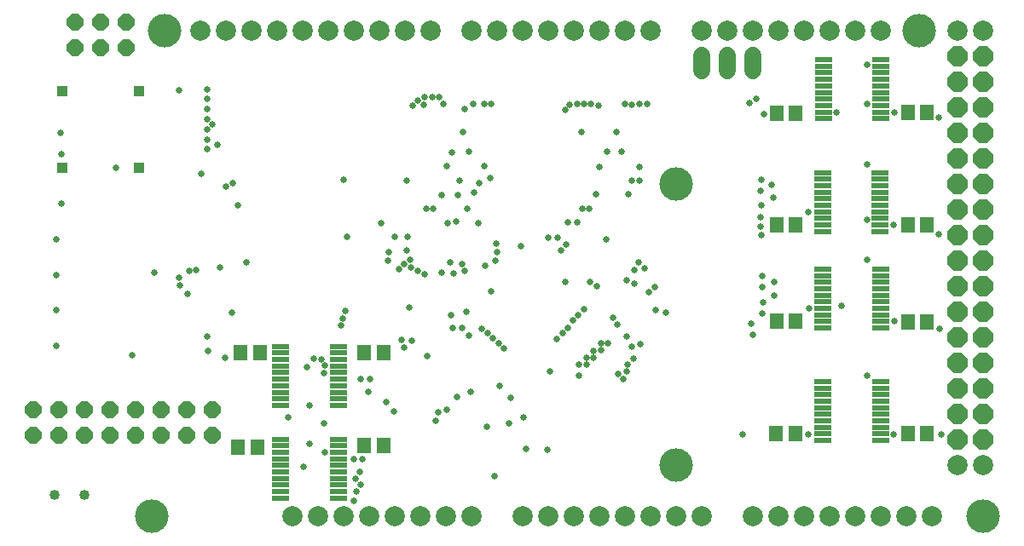
<source format=gbr>
G04 EAGLE Gerber RS-274X export*
G75*
%MOMM*%
%FSLAX34Y34*%
%LPD*%
%INSoldermask Bottom*%
%IPPOS*%
%AMOC8*
5,1,8,0,0,1.08239X$1,22.5*%
G01*
%ADD10C,2.006600*%
%ADD11P,2.171924X8X112.500000*%
%ADD12C,3.327000*%
%ADD13C,1.016000*%
%ADD14P,1.787026X8X22.500000*%
%ADD15R,1.027000X1.027000*%
%ADD16P,1.787026X8X202.500000*%
%ADD17C,1.651000*%
%ADD18R,1.698900X0.533800*%
%ADD19R,1.427000X1.627000*%
%ADD20C,0.681000*%


D10*
X762000Y25400D03*
X787400Y25400D03*
X812800Y25400D03*
X838200Y25400D03*
X863600Y25400D03*
X889000Y25400D03*
X914400Y25400D03*
X736600Y25400D03*
X711200Y508000D03*
X736600Y508000D03*
X762000Y508000D03*
X787400Y508000D03*
X812800Y508000D03*
X838200Y508000D03*
X863600Y508000D03*
X685800Y508000D03*
X533400Y25400D03*
X558800Y25400D03*
X584200Y25400D03*
X609600Y25400D03*
X635000Y25400D03*
X660400Y25400D03*
X685800Y25400D03*
X508000Y25400D03*
X482600Y508000D03*
X508000Y508000D03*
X533400Y508000D03*
X558800Y508000D03*
X584200Y508000D03*
X609600Y508000D03*
X635000Y508000D03*
X457200Y508000D03*
X264160Y508000D03*
X289560Y508000D03*
X314960Y508000D03*
X340360Y508000D03*
X365760Y508000D03*
X391160Y508000D03*
X416560Y508000D03*
X238760Y508000D03*
D11*
X965200Y304800D03*
X939800Y304800D03*
X965200Y330200D03*
X939800Y330200D03*
X965200Y355600D03*
X939800Y355600D03*
X965200Y381000D03*
X939800Y381000D03*
X965200Y406400D03*
X939800Y406400D03*
X965200Y431800D03*
X939800Y431800D03*
X965200Y457200D03*
X939800Y457200D03*
X965200Y482600D03*
X939800Y482600D03*
X965200Y101600D03*
X939800Y101600D03*
X965200Y127000D03*
X939800Y127000D03*
X965200Y152400D03*
X939800Y152400D03*
X965200Y177800D03*
X939800Y177800D03*
X965200Y203200D03*
X939800Y203200D03*
X965200Y228600D03*
X939800Y228600D03*
X965200Y254000D03*
X939800Y254000D03*
X965200Y279400D03*
X939800Y279400D03*
D10*
X939800Y76200D03*
X965200Y76200D03*
X939800Y508000D03*
X965200Y508000D03*
X330200Y25400D03*
X355600Y25400D03*
X381000Y25400D03*
X406400Y25400D03*
X431800Y25400D03*
X457200Y25400D03*
X213360Y508000D03*
X187960Y508000D03*
X304800Y25400D03*
X279400Y25400D03*
D12*
X152400Y508000D03*
X139700Y25400D03*
X660400Y355600D03*
X660400Y76200D03*
X901700Y508000D03*
X965200Y25400D03*
D13*
X72986Y46500D03*
X43014Y46500D03*
D14*
X63600Y491300D03*
X63600Y516700D03*
X89000Y491300D03*
X89000Y516700D03*
X114400Y491300D03*
X114400Y516700D03*
D15*
X127100Y371900D03*
X127100Y448100D03*
X50900Y448100D03*
X50900Y371900D03*
D16*
X199900Y131438D03*
X199900Y106038D03*
X174500Y131438D03*
X174500Y106038D03*
X149100Y131438D03*
X149100Y106038D03*
X123700Y131438D03*
X123700Y106038D03*
X98300Y131438D03*
X98300Y106038D03*
X72900Y131438D03*
X72900Y106038D03*
X47500Y131438D03*
X47500Y106038D03*
X22100Y131438D03*
X22100Y106038D03*
D17*
X736305Y468237D02*
X736305Y483477D01*
X710905Y483477D02*
X710905Y468237D01*
X685505Y468237D02*
X685505Y483477D01*
D18*
X805615Y308535D03*
X805615Y315035D03*
X805615Y321535D03*
X805615Y328035D03*
X805615Y334535D03*
X805615Y341035D03*
X805615Y347535D03*
X805615Y354035D03*
X805615Y360535D03*
X805615Y367035D03*
X863049Y367035D03*
X863049Y360535D03*
X863049Y354035D03*
X863049Y347535D03*
X863049Y341035D03*
X863049Y334535D03*
X863049Y328035D03*
X863049Y321535D03*
X863049Y315035D03*
X863049Y308535D03*
X806237Y212488D03*
X806237Y218988D03*
X806237Y225488D03*
X806237Y231988D03*
X806237Y238488D03*
X806237Y244988D03*
X806237Y251488D03*
X806237Y257988D03*
X806237Y264488D03*
X806237Y270988D03*
X863671Y270988D03*
X863671Y264488D03*
X863671Y257988D03*
X863671Y251488D03*
X863671Y244988D03*
X863671Y238488D03*
X863671Y231988D03*
X863671Y225488D03*
X863671Y218988D03*
X863671Y212488D03*
X806283Y100750D03*
X806283Y107250D03*
X806283Y113750D03*
X806283Y120250D03*
X806283Y126750D03*
X806283Y133250D03*
X806283Y139750D03*
X806283Y146250D03*
X806283Y152750D03*
X806283Y159250D03*
X863717Y159250D03*
X863717Y152750D03*
X863717Y146250D03*
X863717Y139750D03*
X863717Y133250D03*
X863717Y126750D03*
X863717Y120250D03*
X863717Y113750D03*
X863717Y107250D03*
X863717Y100750D03*
X325073Y194155D03*
X325073Y187655D03*
X325073Y181155D03*
X325073Y174655D03*
X325073Y168155D03*
X325073Y161655D03*
X325073Y155155D03*
X325073Y148655D03*
X325073Y142155D03*
X325073Y135655D03*
X267639Y135655D03*
X267639Y142155D03*
X267639Y148655D03*
X267639Y155155D03*
X267639Y161655D03*
X267639Y168155D03*
X267639Y174655D03*
X267639Y181155D03*
X267639Y187655D03*
X267639Y194155D03*
X325311Y102083D03*
X325311Y95583D03*
X325311Y89083D03*
X325311Y82583D03*
X325311Y76083D03*
X325311Y69583D03*
X325311Y63083D03*
X325311Y56583D03*
X325311Y50083D03*
X325311Y43583D03*
X267877Y43583D03*
X267877Y50083D03*
X267877Y56583D03*
X267877Y63083D03*
X267877Y69583D03*
X267877Y76083D03*
X267877Y82583D03*
X267877Y89083D03*
X267877Y95583D03*
X267877Y102083D03*
X806425Y420678D03*
X806425Y427178D03*
X806425Y433678D03*
X806425Y440178D03*
X806425Y446678D03*
X806425Y453178D03*
X806425Y459678D03*
X806425Y466178D03*
X806425Y472678D03*
X806425Y479178D03*
X863859Y479178D03*
X863859Y472678D03*
X863859Y466178D03*
X863859Y459678D03*
X863859Y453178D03*
X863859Y446678D03*
X863859Y440178D03*
X863859Y433678D03*
X863859Y427178D03*
X863859Y420678D03*
D19*
X778761Y107499D03*
X759761Y107499D03*
X779261Y219119D03*
X760261Y219119D03*
X779261Y425738D03*
X760261Y425738D03*
X350739Y188143D03*
X369739Y188143D03*
X779261Y314976D03*
X760261Y314976D03*
X350739Y95905D03*
X369739Y95905D03*
X890261Y107214D03*
X909261Y107214D03*
X890239Y315167D03*
X909239Y315167D03*
X890239Y427048D03*
X909239Y427048D03*
X890239Y218929D03*
X909239Y218929D03*
X246761Y187690D03*
X227761Y187690D03*
X244261Y94310D03*
X225261Y94310D03*
D20*
X380000Y130000D03*
X733500Y436000D03*
X393000Y359000D03*
X445500Y359000D03*
X444000Y345000D03*
X453000Y331000D03*
X464000Y317000D03*
X455000Y205000D03*
X452000Y228500D03*
X476500Y249000D03*
X506500Y294000D03*
X591000Y301000D03*
X735000Y217000D03*
X922000Y211500D03*
X744000Y313500D03*
X921000Y305500D03*
X921000Y421500D03*
X747500Y425500D03*
X166500Y448500D03*
X188500Y366000D03*
X333500Y303500D03*
X330000Y359500D03*
X480000Y65000D03*
X436000Y278000D03*
X233500Y278000D03*
X219500Y227500D03*
X225000Y334500D03*
X104500Y372000D03*
X212500Y183000D03*
X726000Y106500D03*
X924000Y107000D03*
X207000Y272500D03*
X275500Y124000D03*
X792000Y107000D03*
X511000Y92000D03*
X825000Y235000D03*
X850000Y280000D03*
X850000Y375000D03*
X850000Y474500D03*
X564029Y165000D03*
X850000Y320000D03*
X850000Y435000D03*
X850000Y165000D03*
X296500Y135500D03*
X340500Y40500D03*
X819500Y427000D03*
X296500Y97500D03*
X166500Y262500D03*
X443000Y144000D03*
X485000Y155000D03*
X496500Y143000D03*
X736500Y205500D03*
X327500Y215046D03*
X387721Y200429D03*
X602500Y166500D03*
X195500Y190000D03*
X413025Y185025D03*
X438652Y213000D03*
X547500Y207500D03*
X571190Y175888D03*
X792500Y232000D03*
X393500Y303000D03*
X392500Y289500D03*
X533500Y302000D03*
X546000Y289500D03*
X331475Y229125D03*
X398056Y199870D03*
X611500Y169000D03*
X746500Y237944D03*
X433500Y316396D03*
X398780Y433780D03*
X553000Y317396D03*
X550005Y429005D03*
X367528Y316972D03*
X411000Y266000D03*
X612000Y176500D03*
X757500Y245000D03*
X441500Y318000D03*
X403936Y438614D03*
X562500Y317500D03*
X554500Y434500D03*
X618000Y182000D03*
X746000Y252944D03*
X411936Y330914D03*
X409870Y434558D03*
X566936Y331396D03*
X566744Y407436D03*
X616304Y194196D03*
X757500Y258000D03*
X419000Y331000D03*
X410918Y441622D03*
X574000Y331000D03*
X561808Y435436D03*
X624557Y196760D03*
X745500Y264500D03*
X427500Y344500D03*
X417982Y441622D03*
X580500Y345396D03*
X568872Y435000D03*
X650493Y227507D03*
X745000Y305000D03*
X613000Y345500D03*
X616564Y434801D03*
X459500Y347500D03*
X459000Y435000D03*
X640429Y230000D03*
X744500Y322944D03*
X465000Y356500D03*
X469436Y435436D03*
X616723Y358723D03*
X624350Y435436D03*
X611000Y204500D03*
X792000Y328000D03*
X623798Y358798D03*
X629000Y272000D03*
X475500Y361500D03*
X480745Y279056D03*
X602005Y215995D03*
X745000Y334500D03*
X624000Y372500D03*
X631500Y435436D03*
X470000Y373500D03*
X476500Y435000D03*
X597419Y223059D03*
X756500Y342479D03*
X584000Y373000D03*
X575936Y435436D03*
X432500Y373500D03*
X425132Y441622D03*
X633504Y248496D03*
X744500Y349000D03*
X606500Y388000D03*
X609500Y435000D03*
X454500Y387500D03*
X450500Y430436D03*
X639000Y253500D03*
X755000Y354944D03*
X438000Y387000D03*
X429000Y435500D03*
X592000Y387500D03*
X583000Y433500D03*
X619000Y256500D03*
X373893Y279607D03*
X482769Y288231D03*
X489500Y192000D03*
X582000Y254000D03*
X618500Y270500D03*
X592740Y197240D03*
X374889Y288102D03*
X481444Y296800D03*
X483952Y197500D03*
X585577Y197253D03*
X550436Y258155D03*
X575000Y258492D03*
X385384Y271097D03*
X450135Y268936D03*
X478500Y202373D03*
X568500Y231500D03*
X585491Y190189D03*
X390501Y276224D03*
X448194Y276000D03*
X473071Y207429D03*
X563000Y225500D03*
X578427Y190102D03*
X397448Y272788D03*
X439064Y267000D03*
X467500Y211848D03*
X558000Y220000D03*
X578340Y183038D03*
X403613Y269000D03*
X427750Y268000D03*
X447500Y212896D03*
X553000Y212500D03*
X571276Y182952D03*
X194980Y204020D03*
X395000Y232540D03*
X437000Y225000D03*
X542000Y201500D03*
X564126Y175802D03*
X293500Y174000D03*
X347500Y56500D03*
X346000Y69500D03*
X340500Y82500D03*
X310500Y118000D03*
X343000Y50000D03*
X342000Y63000D03*
X348645Y81855D03*
X311495Y89005D03*
X356500Y161500D03*
X311000Y168000D03*
X307882Y181436D03*
X355000Y149000D03*
X347500Y162000D03*
X311500Y175064D03*
X300818Y181683D03*
X745000Y360000D03*
X611500Y260056D03*
X740000Y440000D03*
X449000Y407008D03*
X601444Y407008D03*
X219758Y356796D03*
X532500Y91500D03*
X213064Y353500D03*
X424000Y129000D03*
X494500Y117500D03*
X535000Y169500D03*
X290000Y75000D03*
X372064Y139000D03*
X456000Y149500D03*
X509000Y124000D03*
X176500Y269000D03*
X471000Y274500D03*
X183500Y270000D03*
X623500Y277500D03*
X175000Y246500D03*
X433000Y131500D03*
X167500Y255000D03*
X472000Y114000D03*
X200056Y414934D03*
X205112Y394500D03*
X746000Y226944D03*
X329000Y222110D03*
X390216Y192934D03*
X396500Y280000D03*
X381000Y302952D03*
X608175Y161825D03*
X551000Y295500D03*
X542747Y302753D03*
X195000Y410000D03*
X44500Y265500D03*
X195000Y420000D03*
X44500Y300500D03*
X195000Y430000D03*
X50000Y336000D03*
X195000Y440000D03*
X50000Y385000D03*
X195000Y450000D03*
X49000Y406500D03*
X195000Y390000D03*
X45000Y195000D03*
X195000Y400000D03*
X44500Y230500D03*
X421500Y120500D03*
X120000Y185807D03*
X142495Y267495D03*
X876500Y107000D03*
X877000Y218988D03*
X877000Y427178D03*
X876000Y315035D03*
M02*

</source>
